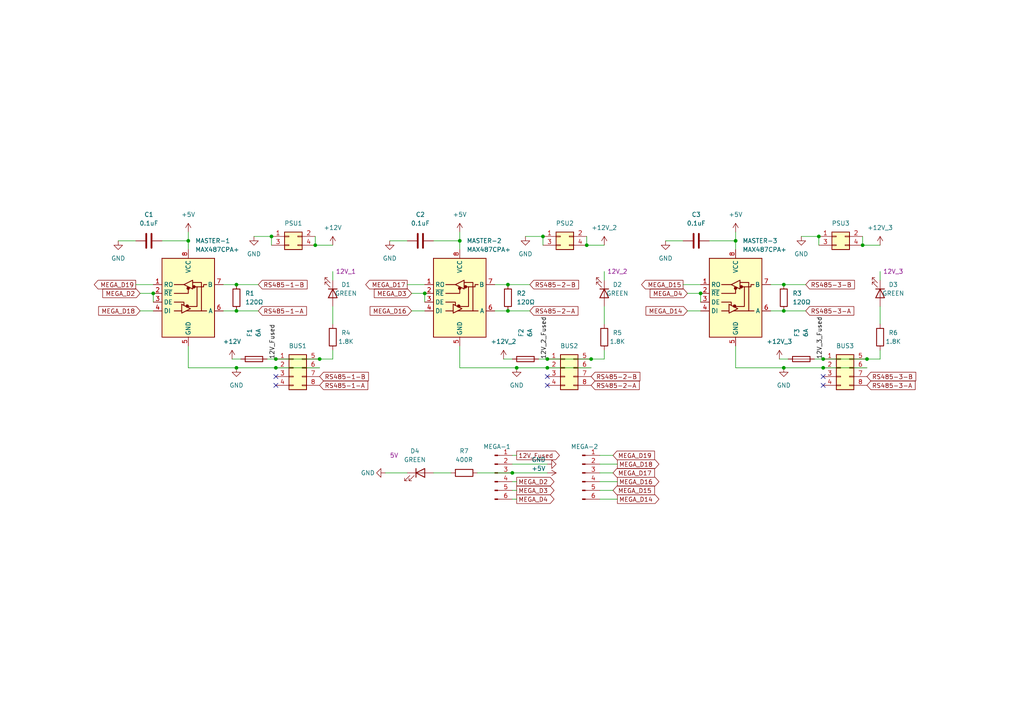
<source format=kicad_sch>
(kicad_sch (version 20211123) (generator eeschema)
  (paper "A4")
  (lib_symbols
    (symbol "+12V_1" (power) (pin_names (offset 0))
      (property "Value" "+12V" (at 0 5.08 0))
      (symbol "+12V_1_0_1"
        (polyline (pts (xy -0.762 1.27) (xy 0 2.54)))
        (polyline (pts (xy 0 0) (xy 0 2.54)))
        (polyline (pts (xy 0 2.54) (xy 0.762 1.27)))
      )
      (symbol "+12V_1_1_1"
        (pin power_in line (at 0 0 90) (length 0) hide (name "+12V_2") (number "1"))
      )
    )
    (symbol "+12V_2" (power) (pin_names (offset 0))
      (property "Value" "+12V_2" (at 0 5.08 0))
      (symbol "+12V_2_0_1"
        (polyline (pts (xy -0.762 1.27) (xy 0 2.54)))
        (polyline (pts (xy 0 0) (xy 0 2.54)))
        (polyline (pts (xy 0 2.54) (xy 0.762 1.27)))
      )
      (symbol "+12V_2_1_1"
        (pin power_in line (at 0 0 90) (length 0) hide (name "+12V_2") (number "1"))
      )
    )
    (symbol "+12V_3" (power) (pin_names (offset 0))
      (property "Value" "+12V_3" (at 0 5.08 0))
      (symbol "+12V_3_0_1"
        (polyline (pts (xy -0.762 1.27) (xy 0 2.54)))
        (polyline (pts (xy 0 0) (xy 0 2.54)))
        (polyline (pts (xy 0 2.54) (xy 0.762 1.27)))
      )
      (symbol "+12V_3_1_1"
        (pin power_in line (at 0 0 90) (length 0) hide (name "+12V_3") (number "1"))
      )
    )
    (symbol "+12V_4" (power) (pin_names (offset 0))
      (property "Value" "+12V_4" (at 0 5.08 0))
      (symbol "+12V_4_0_1"
        (polyline (pts (xy -0.762 1.27) (xy 0 2.54)))
        (polyline (pts (xy 0 0) (xy 0 2.54)))
        (polyline (pts (xy 0 2.54) (xy 0.762 1.27)))
      )
      (symbol "+12V_4_1_1"
        (pin power_in line (at 0 0 90) (length 0) hide (name "+12V_3") (number "1"))
      )
    )
    (symbol "A10:MAX487CPA+"
      (property "Reference" "U" (at -6.096 11.43 0))
      (property "Value" "MAX487CPA+" (at 0.762 11.43 0))
      (symbol "MAX487CPA+_0_1"
        (rectangle (start -7.62 10.16) (end 7.62 -12.7) (stroke (width 0.254)) (fill (type background)))
        (circle (center -0.3048 -3.683) (radius 0.3556) (stroke (width 0.254)) (fill (type outline)))
        (circle (center -0.0254 1.4986) (radius 0.3556) (stroke (width 0.254)) (fill (type outline)))
        (polyline (pts (xy -4.064 -5.08) (xy -1.905 -5.08)) (stroke (width 0.254)))
        (polyline (pts (xy -4.064 2.54) (xy -1.27 2.54)) (stroke (width 0.254)))
        (polyline (pts (xy -1.27 -3.2004) (xy -1.27 -3.4544)) (stroke (width 0.254)))
        (polyline (pts (xy -0.635 -5.08) (xy 5.334 -5.08)) (stroke (width 0.254)))
        (polyline (pts (xy -4.064 -2.54) (xy -1.27 -2.54) (xy -1.27 -3.175)) (stroke (width 0.254)))
        (polyline (pts (xy 0 1.27) (xy 0 0) (xy -4.064 0)) (stroke (width 0.254)))
        (polyline (pts (xy 1.27 3.175) (xy 3.81 3.175) (xy 3.81 -5.08)) (stroke (width 0.254)))
        (polyline (pts (xy 2.54 1.905) (xy 2.54 -3.81) (xy 0 -3.81)) (stroke (width 0.254)))
        (polyline (pts (xy -1.905 -3.175) (xy -1.905 -5.715) (xy 0.635 -4.445) (xy -1.905 -3.175)) (stroke (width 0.254)))
        (polyline (pts (xy -1.27 2.54) (xy 1.27 3.81) (xy 1.27 1.27) (xy -1.27 2.54)) (stroke (width 0.254)))
        (polyline (pts (xy 1.905 1.905) (xy 4.445 1.905) (xy 4.445 2.54) (xy 5.334 2.54)) (stroke (width 0.254)))
        (rectangle (start 1.27 3.175) (end 1.27 3.175))
        (circle (center 1.651 1.905) (radius 0.3556) (stroke (width 0.254)) (fill (type outline)))
      )
      (symbol "MAX487CPA+_1_1"
        (pin output line (at -10.16 2.54 0) (length 2.54) (name "RO") (number "1"))
        (pin input line (at -10.16 0 0) (length 2.54) (name "~{RE}") (number "2"))
        (pin input line (at -10.16 -2.54 0) (length 2.54) (name "DE") (number "3"))
        (pin input line (at -10.16 -5.08 0) (length 2.54) (name "DI") (number "4"))
        (pin power_in line (at 0 -15.24 90) (length 2.54) (name "GND") (number "5"))
        (pin bidirectional line (at 10.16 -5.08 180) (length 2.54) (name "A") (number "6"))
        (pin bidirectional line (at 10.16 2.54 180) (length 2.54) (name "B") (number "7"))
        (pin power_in line (at 0 12.7 270) (length 2.54) (name "VCC") (number "8"))
      )
    )
    (symbol "Conn_01x06_Male_1" (pin_names (offset 1.016) hide)
      (property "Reference" "MEGA-1" (at 0.635 10.16 0))
      (symbol "Conn_01x06_Male_1_1_1"
        (polyline (pts (xy 1.27 -7.62) (xy 0.8636 -7.62)) (stroke (width 0.1524)))
        (polyline (pts (xy 1.27 -5.08) (xy 0.8636 -5.08)) (stroke (width 0.1524)))
        (polyline (pts (xy 1.27 -2.54) (xy 0.8636 -2.54)) (stroke (width 0.1524)))
        (polyline (pts (xy 1.27 0) (xy 0.8636 0)) (stroke (width 0.1524)))
        (polyline (pts (xy 1.27 2.54) (xy 0.8636 2.54)) (stroke (width 0.1524)))
        (polyline (pts (xy 1.27 5.08) (xy 0.8636 5.08)) (stroke (width 0.1524)))
        (rectangle (start 0.8636 -7.493) (end 0 -7.747) (stroke (width 0.1524)) (fill (type outline)))
        (rectangle (start 0.8636 -4.953) (end 0 -5.207) (stroke (width 0.1524)) (fill (type outline)))
        (rectangle (start 0.8636 -2.413) (end 0 -2.667) (stroke (width 0.1524)) (fill (type outline)))
        (rectangle (start 0.8636 0.127) (end 0 -0.127) (stroke (width 0.1524)) (fill (type outline)))
        (rectangle (start 0.8636 2.667) (end 0 2.413) (stroke (width 0.1524)) (fill (type outline)))
        (rectangle (start 0.8636 5.207) (end 0 4.953) (stroke (width 0.1524)) (fill (type outline)))
        (pin power_in line (at 5.08 5.08 180) (length 3.81) (name "Pin_1") (number "1"))
        (pin power_in line (at 5.08 2.54 180) (length 3.81) (name "Pin_2") (number "2"))
        (pin power_out line (at 5.08 0 180) (length 3.81) (name "Pin_3") (number "3"))
        (pin output line (at 5.08 -2.54 180) (length 3.81) (name "Pin_4") (number "4"))
        (pin output line (at 5.08 -5.08 180) (length 3.81) (name "Pin_5") (number "5"))
        (pin output line (at 5.08 -7.62 180) (length 3.81) (name "Pin_6") (number "6"))
      )
    )
    (symbol "Connector:Conn_01x06_Male" (pin_names (offset 1.016) hide)
      (property "Reference" "MEGA-2" (at 0.635 10.16 0))
      (symbol "Conn_01x06_Male_1_1"
        (polyline (pts (xy 1.27 -7.62) (xy 0.8636 -7.62)) (stroke (width 0.1524)))
        (polyline (pts (xy 1.27 -5.08) (xy 0.8636 -5.08)) (stroke (width 0.1524)))
        (polyline (pts (xy 1.27 -2.54) (xy 0.8636 -2.54)) (stroke (width 0.1524)))
        (polyline (pts (xy 1.27 0) (xy 0.8636 0)) (stroke (width 0.1524)))
        (polyline (pts (xy 1.27 2.54) (xy 0.8636 2.54)) (stroke (width 0.1524)))
        (polyline (pts (xy 1.27 5.08) (xy 0.8636 5.08)) (stroke (width 0.1524)))
        (rectangle (start 0.8636 -7.493) (end 0 -7.747) (stroke (width 0.1524)) (fill (type outline)))
        (rectangle (start 0.8636 -4.953) (end 0 -5.207) (stroke (width 0.1524)) (fill (type outline)))
        (rectangle (start 0.8636 -2.413) (end 0 -2.667) (stroke (width 0.1524)) (fill (type outline)))
        (rectangle (start 0.8636 0.127) (end 0 -0.127) (stroke (width 0.1524)) (fill (type outline)))
        (rectangle (start 0.8636 2.667) (end 0 2.413) (stroke (width 0.1524)) (fill (type outline)))
        (rectangle (start 0.8636 5.207) (end 0 4.953) (stroke (width 0.1524)) (fill (type outline)))
        (pin input line (at 5.08 5.08 180) (length 3.81) (name "Pin_1") (number "1"))
        (pin output line (at 5.08 2.54 180) (length 3.81) (name "Pin_2") (number "2"))
        (pin input line (at 5.08 0 180) (length 3.81) (name "Pin_3") (number "3"))
        (pin output line (at 5.08 -2.54 180) (length 3.81) (name "Pin_4") (number "4"))
        (pin input line (at 5.08 -5.08 180) (length 3.81) (name "Pin_5") (number "5"))
        (pin output line (at 5.08 -7.62 180) (length 3.81) (name "Pin_6") (number "6"))
      )
    )
    (symbol "Connector_Generic:Conn_02x02_Odd_Even" (pin_names (offset 1.016) hide)
      (property "Reference" "J" (at 1.27 2.54 0))
      (property "Value" "Conn_02x02_Odd_Even" (at 1.27 -5.08 0))
      (symbol "Conn_02x02_Odd_Even_1_1"
        (rectangle (start -1.27 -2.413) (end 0 -2.667) (stroke (width 0.1524)))
        (rectangle (start -1.27 0.127) (end 0 -0.127) (stroke (width 0.1524)))
        (rectangle (start -1.27 1.27) (end 3.81 -3.81) (stroke (width 0.254)) (fill (type background)))
        (rectangle (start 3.81 -2.413) (end 2.54 -2.667) (stroke (width 0.1524)))
        (rectangle (start 3.81 0.127) (end 2.54 -0.127) (stroke (width 0.1524)))
        (pin passive line (at -5.08 0 0) (length 3.81) (name "Pin_1") (number "1"))
        (pin passive line (at 7.62 0 180) (length 3.81) (name "Pin_2") (number "2"))
        (pin passive line (at -5.08 -2.54 0) (length 3.81) (name "Pin_3") (number "3"))
        (pin passive line (at 7.62 -2.54 180) (length 3.81) (name "Pin_4") (number "4"))
      )
    )
    (symbol "Connector_Generic:Conn_02x04_Top_Bottom" (pin_names (offset 1.016) hide)
      (property "Reference" "J" (at 1.27 5.08 0))
      (property "Value" "Conn_02x04_Top_Bottom" (at 1.27 -7.62 0))
      (symbol "Conn_02x04_Top_Bottom_1_1"
        (rectangle (start -1.27 -4.953) (end 0 -5.207) (stroke (width 0.1524)))
        (rectangle (start -1.27 -2.413) (end 0 -2.667) (stroke (width 0.1524)))
        (rectangle (start -1.27 0.127) (end 0 -0.127) (stroke (width 0.1524)))
        (rectangle (start -1.27 2.667) (end 0 2.413) (stroke (width 0.1524)))
        (rectangle (start -1.27 3.81) (end 3.81 -6.35) (stroke (width 0.254)) (fill (type background)))
        (rectangle (start 3.81 -4.953) (end 2.54 -5.207) (stroke (width 0.1524)))
        (rectangle (start 3.81 -2.413) (end 2.54 -2.667) (stroke (width 0.1524)))
        (rectangle (start 3.81 0.127) (end 2.54 -0.127) (stroke (width 0.1524)))
        (rectangle (start 3.81 2.667) (end 2.54 2.413) (stroke (width 0.1524)))
        (pin passive line (at -5.08 2.54 0) (length 3.81) (name "Pin_1") (number "1"))
        (pin passive line (at -5.08 0 0) (length 3.81) (name "Pin_2") (number "2"))
        (pin passive line (at -5.08 -2.54 0) (length 3.81) (name "Pin_3") (number "3"))
        (pin passive line (at -5.08 -5.08 0) (length 3.81) (name "Pin_4") (number "4"))
        (pin passive line (at 7.62 2.54 180) (length 3.81) (name "Pin_5") (number "5"))
        (pin passive line (at 7.62 0 180) (length 3.81) (name "Pin_6") (number "6"))
        (pin passive line (at 7.62 -2.54 180) (length 3.81) (name "Pin_7") (number "7"))
        (pin passive line (at 7.62 -5.08 180) (length 3.81) (name "Pin_8") (number "8"))
      )
    )
    (symbol "Device:C" (pin_numbers hide) (pin_names (offset 0.254))
      (property "Reference" "C" (at 0.635 2.54 0))
      (property "Value" "C" (at 0.635 -2.54 0))
      (symbol "C_0_1"
        (polyline (pts (xy -2.032 -0.762) (xy 2.032 -0.762)) (stroke (width 0.508)))
        (polyline (pts (xy -2.032 0.762) (xy 2.032 0.762)) (stroke (width 0.508)))
      )
      (symbol "C_1_1"
        (pin passive line (at 0 3.81 270) (length 2.794) (name "~") (number "1"))
        (pin passive line (at 0 -3.81 90) (length 2.794) (name "~") (number "2"))
      )
    )
    (symbol "Device:Fuse" (pin_numbers hide) (pin_names (offset 0))
      (property "Reference" "F" (at 2.032 0 90))
      (property "Value" "Fuse" (at -1.905 0 90))
      (symbol "Fuse_0_1"
        (rectangle (start -0.762 -2.54) (end 0.762 2.54) (stroke (width 0.254)))
        (polyline (pts (xy 0 2.54) (xy 0 -2.54)))
      )
      (symbol "Fuse_1_1"
        (pin passive line (at 0 3.81 270) (length 1.27) (name "~") (number "1"))
        (pin passive line (at 0 -3.81 90) (length 1.27) (name "~") (number "2"))
      )
    )
    (symbol "Device:LED" (pin_numbers hide) (pin_names (offset 1.016) hide)
      (property "Reference" "D" (at 0 2.54 0))
      (property "Value" "LED" (at 0 -2.54 0))
      (symbol "LED_0_1"
        (polyline (pts (xy -1.27 -1.27) (xy -1.27 1.27)) (stroke (width 0.254)))
        (polyline (pts (xy -1.27 0) (xy 1.27 0)))
        (polyline (pts (xy 1.27 -1.27) (xy 1.27 1.27) (xy -1.27 0) (xy 1.27 -1.27)) (stroke (width 0.254)))
        (polyline (pts (xy -3.048 -0.762) (xy -4.572 -2.286) (xy -3.81 -2.286) (xy -4.572 -2.286) (xy -4.572 -1.524)))
        (polyline (pts (xy -1.778 -0.762) (xy -3.302 -2.286) (xy -2.54 -2.286) (xy -3.302 -2.286) (xy -3.302 -1.524)))
      )
      (symbol "LED_1_1"
        (pin passive line (at -3.81 0 0) (length 2.54) (name "K") (number "1"))
        (pin passive line (at 3.81 0 180) (length 2.54) (name "A") (number "2"))
      )
    )
    (symbol "Device:R" (pin_numbers hide) (pin_names (offset 0))
      (property "Reference" "R" (at 2.032 0 90))
      (property "Value" "R" (at 0 0 90))
      (symbol "R_0_1"
        (rectangle (start -1.016 -2.54) (end 1.016 2.54) (stroke (width 0.254)))
      )
      (symbol "R_1_1"
        (pin passive line (at 0 3.81 270) (length 1.27) (name "~") (number "1"))
        (pin passive line (at 0 -3.81 90) (length 1.27) (name "~") (number "2"))
      )
    )
    (symbol "power:+12V" (power) (pin_names (offset 0))
      (property "Value" "+12V" (at 0 3.556 0))
      (symbol "+12V_0_1"
        (polyline (pts (xy -0.762 1.27) (xy 0 2.54)))
        (polyline (pts (xy 0 0) (xy 0 2.54)))
        (polyline (pts (xy 0 2.54) (xy 0.762 1.27)))
      )
      (symbol "+12V_1_1"
        (pin power_in line (at 0 0 90) (length 0) hide (name "+12V") (number "1"))
      )
    )
    (symbol "power:+5V" (power) (pin_names (offset 0))
      (property "Value" "+5V" (at 0 3.556 0))
      (symbol "+5V_0_1"
        (polyline (pts (xy -0.762 1.27) (xy 0 2.54)))
        (polyline (pts (xy 0 0) (xy 0 2.54)))
        (polyline (pts (xy 0 2.54) (xy 0.762 1.27)))
      )
      (symbol "+5V_1_1"
        (pin power_in line (at 0 0 90) (length 0) hide (name "+5V") (number "1"))
      )
    )
    (symbol "power:GND" (power) (pin_names (offset 0))
      (property "Value" "GND" (at 0 -3.81 0))
      (symbol "GND_0_1"
        (polyline (pts (xy 0 0) (xy 0 -1.27) (xy 1.27 -1.27) (xy 0 -2.54) (xy -1.27 -1.27) (xy 0 -1.27)))
      )
      (symbol "GND_1_1"
        (pin power_in line (at 0 0 270) (length 0) hide (name "GND") (number "1"))
      )
    )
  )
  (junction (at 170.18 71.12))
  (junction (at 147.32 90.17))
  (junction (at 238.76 106.68))
  (junction (at 251.46 104.14))
  (junction (at 78.74 68.58))
  (junction (at 227.33 106.68))
  (junction (at 148.59 137.16))
  (junction (at 158.75 104.14))
  (junction (at 44.45 85.09))
  (junction (at 250.19 71.12))
  (junction (at 171.45 104.14))
  (junction (at 147.32 82.55))
  (junction (at 68.58 82.55))
  (junction (at 123.19 85.09))
  (junction (at 92.71 104.14))
  (junction (at 91.44 71.12))
  (junction (at 237.49 68.58))
  (junction (at 80.01 104.14))
  (junction (at 213.36 69.85))
  (junction (at 68.58 106.68))
  (junction (at 157.48 68.58))
  (junction (at 133.35 69.85))
  (junction (at 238.76 104.14))
  (junction (at 80.01 106.68))
  (junction (at 158.75 106.68))
  (junction (at 203.2 85.09))
  (junction (at 227.33 82.55))
  (junction (at 149.86 106.68))
  (junction (at 54.61 69.85))
  (junction (at 227.33 90.17))
  (junction (at 68.58 90.17))
  (no_connect (at 238.76 109.22))
  (no_connect (at 158.75 111.76))
  (no_connect (at 80.01 109.22))
  (no_connect (at 158.75 109.22))
  (no_connect (at 80.01 111.76))
  (no_connect (at 238.76 111.76))
  (wire (pts (xy 54.61 100.33) (xy 54.61 106.68)))
  (wire (pts (xy 227.33 82.55) (xy 233.68 82.55)))
  (wire (pts (xy 175.26 88.9) (xy 175.26 93.98)))
  (wire (pts (xy 148.59 132.08) (xy 149.86 132.08)))
  (wire (pts (xy 133.35 106.68) (xy 149.86 106.68)))
  (wire (pts (xy 255.27 78.74) (xy 255.27 81.28)))
  (wire (pts (xy 238.76 104.14) (xy 251.46 104.14)))
  (wire (pts (xy 255.27 104.14) (xy 255.27 101.6)))
  (wire (pts (xy 198.12 82.55) (xy 203.2 82.55)))
  (wire (pts (xy 119.38 90.17) (xy 123.19 90.17)))
  (wire (pts (xy 80.01 106.68) (xy 92.71 106.68)))
  (wire (pts (xy 67.31 104.14) (xy 69.85 104.14)))
  (wire (pts (xy 40.64 85.09) (xy 44.45 85.09)))
  (wire (pts (xy 203.2 85.09) (xy 203.2 87.63)))
  (wire (pts (xy 143.51 82.55) (xy 147.32 82.55)))
  (wire (pts (xy 39.37 82.55) (xy 44.45 82.55)))
  (wire (pts (xy 68.58 90.17) (xy 74.93 90.17)))
  (wire (pts (xy 171.45 104.14) (xy 175.26 104.14)))
  (wire (pts (xy 143.51 90.17) (xy 147.32 90.17)))
  (wire (pts (xy 213.36 69.85) (xy 213.36 72.39)))
  (wire (pts (xy 148.59 137.16) (xy 158.75 137.16)))
  (wire (pts (xy 91.44 71.12) (xy 96.52 71.12)))
  (wire (pts (xy 175.26 78.74) (xy 175.26 81.28)))
  (wire (pts (xy 96.52 104.14) (xy 96.52 101.6)))
  (wire (pts (xy 64.77 90.17) (xy 68.58 90.17)))
  (wire (pts (xy 91.44 68.58) (xy 91.44 71.12)))
  (wire (pts (xy 255.27 88.9) (xy 255.27 93.98)))
  (wire (pts (xy 175.26 104.14) (xy 175.26 101.6)))
  (wire (pts (xy 152.4 68.58) (xy 157.48 68.58)))
  (wire (pts (xy 64.77 82.55) (xy 68.58 82.55)))
  (wire (pts (xy 227.33 90.17) (xy 233.68 90.17)))
  (wire (pts (xy 236.22 104.14) (xy 238.76 104.14)))
  (wire (pts (xy 147.32 82.55) (xy 153.67 82.55)))
  (wire (pts (xy 227.33 106.68) (xy 238.76 106.68)))
  (wire (pts (xy 54.61 67.31) (xy 54.61 69.85)))
  (wire (pts (xy 133.35 69.85) (xy 133.35 72.39)))
  (wire (pts (xy 146.05 104.14) (xy 148.59 104.14)))
  (wire (pts (xy 173.99 137.16) (xy 177.8 137.16)))
  (wire (pts (xy 133.35 100.33) (xy 133.35 106.68)))
  (wire (pts (xy 96.52 78.74) (xy 96.52 81.28)))
  (wire (pts (xy 68.58 82.55) (xy 74.93 82.55)))
  (wire (pts (xy 148.59 142.24) (xy 149.86 142.24)))
  (wire (pts (xy 118.11 82.55) (xy 123.19 82.55)))
  (wire (pts (xy 173.99 134.62) (xy 179.07 134.62)))
  (wire (pts (xy 68.58 106.68) (xy 80.01 106.68)))
  (wire (pts (xy 133.35 67.31) (xy 133.35 69.85)))
  (wire (pts (xy 96.52 88.9) (xy 96.52 93.98)))
  (wire (pts (xy 123.19 85.09) (xy 123.19 87.63)))
  (wire (pts (xy 125.73 137.16) (xy 130.81 137.16)))
  (wire (pts (xy 226.06 104.14) (xy 228.6 104.14)))
  (wire (pts (xy 113.03 69.85) (xy 118.11 69.85)))
  (wire (pts (xy 138.43 137.16) (xy 148.59 137.16)))
  (wire (pts (xy 199.39 90.17) (xy 203.2 90.17)))
  (wire (pts (xy 223.52 82.55) (xy 227.33 82.55)))
  (wire (pts (xy 173.99 144.78) (xy 179.07 144.78)))
  (wire (pts (xy 34.29 69.85) (xy 39.37 69.85)))
  (wire (pts (xy 193.04 69.85) (xy 198.12 69.85)))
  (wire (pts (xy 156.21 104.14) (xy 158.75 104.14)))
  (wire (pts (xy 46.99 69.85) (xy 54.61 69.85)))
  (wire (pts (xy 54.61 69.85) (xy 54.61 72.39)))
  (wire (pts (xy 232.41 68.58) (xy 237.49 68.58)))
  (wire (pts (xy 173.99 132.08) (xy 177.8 132.08)))
  (wire (pts (xy 199.39 85.09) (xy 203.2 85.09)))
  (wire (pts (xy 237.49 68.58) (xy 237.49 71.12)))
  (wire (pts (xy 78.74 68.58) (xy 78.74 71.12)))
  (wire (pts (xy 250.19 68.58) (xy 250.19 71.12)))
  (wire (pts (xy 158.75 106.68) (xy 171.45 106.68)))
  (wire (pts (xy 170.18 71.12) (xy 175.26 71.12)))
  (wire (pts (xy 158.75 104.14) (xy 171.45 104.14)))
  (wire (pts (xy 213.36 100.33) (xy 213.36 106.68)))
  (wire (pts (xy 148.59 144.78) (xy 149.86 144.78)))
  (wire (pts (xy 119.38 85.09) (xy 123.19 85.09)))
  (wire (pts (xy 205.74 69.85) (xy 213.36 69.85)))
  (wire (pts (xy 92.71 104.14) (xy 96.52 104.14)))
  (wire (pts (xy 44.45 85.09) (xy 44.45 87.63)))
  (wire (pts (xy 148.59 134.62) (xy 158.75 134.62)))
  (wire (pts (xy 213.36 106.68) (xy 227.33 106.68)))
  (wire (pts (xy 77.47 104.14) (xy 80.01 104.14)))
  (wire (pts (xy 40.64 90.17) (xy 44.45 90.17)))
  (wire (pts (xy 223.52 90.17) (xy 227.33 90.17)))
  (wire (pts (xy 173.99 139.7) (xy 179.07 139.7)))
  (wire (pts (xy 250.19 71.12) (xy 255.27 71.12)))
  (wire (pts (xy 173.99 142.24) (xy 177.8 142.24)))
  (wire (pts (xy 157.48 68.58) (xy 157.48 71.12)))
  (wire (pts (xy 73.66 68.58) (xy 78.74 68.58)))
  (wire (pts (xy 251.46 104.14) (xy 255.27 104.14)))
  (wire (pts (xy 170.18 68.58) (xy 170.18 71.12)))
  (wire (pts (xy 148.59 139.7) (xy 149.86 139.7)))
  (wire (pts (xy 147.32 90.17) (xy 153.67 90.17)))
  (wire (pts (xy 213.36 67.31) (xy 213.36 69.85)))
  (wire (pts (xy 111.76 137.16) (xy 118.11 137.16)))
  (wire (pts (xy 238.76 106.68) (xy 251.46 106.68)))
  (wire (pts (xy 125.73 69.85) (xy 133.35 69.85)))
  (wire (pts (xy 149.86 106.68) (xy 158.75 106.68)))
  (wire (pts (xy 80.01 104.14) (xy 92.71 104.14)))
  (wire (pts (xy 54.61 106.68) (xy 68.58 106.68)))
  (label "12V_Fused" (at 80.01 104.14 90))
  (label "12V_3_Fused" (at 238.76 104.14 90))
  (label "12V_2_Fused" (at 158.75 104.14 90))
  (global_label "RS485-3-A" (shape input) (at 233.68 90.17 0) (property "Intersheet References" "${INTERSHEET_REFS}" (effects hide)))
  (global_label "MEGA_D17" (shape output) (at 118.11 82.55 180) (property "Intersheet References" "${INTERSHEET_REFS}" (effects hide)))
  (global_label "RS485-2-A" (shape input) (at 171.45 111.76 0) (property "Intersheet References" "${INTERSHEET_REFS}" (effects hide)))
  (global_label "MEGA_D15" (shape output) (at 198.12 82.55 180) (property "Intersheet References" "${INTERSHEET_REFS}" (effects hide)))
  (global_label "12V_Fused" (shape output) (at 149.86 132.08 0) (property "Intersheet References" "${INTERSHEET_REFS}" (effects hide)))
  (global_label "MEGA_D14" (shape input) (at 199.39 90.17 180) (property "Intersheet References" "${INTERSHEET_REFS}" (effects hide)))
  (global_label "MEGA_D17" (shape input) (at 177.8 137.16 0) (property "Intersheet References" "${INTERSHEET_REFS}" (effects hide)))
  (global_label "MEGA_D14" (shape output) (at 179.07 144.78 0) (property "Intersheet References" "${INTERSHEET_REFS}" (effects hide)))
  (global_label "MEGA_D15" (shape input) (at 177.8 142.24 0) (property "Intersheet References" "${INTERSHEET_REFS}" (effects hide)))
  (global_label "MEGA_D2" (shape input) (at 40.64 85.09 180) (property "Intersheet References" "${INTERSHEET_REFS}" (effects hide)))
  (global_label "RS485-1-A" (shape input) (at 74.93 90.17 0) (property "Intersheet References" "${INTERSHEET_REFS}" (effects hide)))
  (global_label "MEGA_D4" (shape output) (at 149.86 144.78 0) (property "Intersheet References" "${INTERSHEET_REFS}" (effects hide)))
  (global_label "RS485-1-A" (shape input) (at 92.71 111.76 0) (property "Intersheet References" "${INTERSHEET_REFS}" (effects hide)))
  (global_label "MEGA_D18" (shape output) (at 179.07 134.62 0) (property "Intersheet References" "${INTERSHEET_REFS}" (effects hide)))
  (global_label "MEGA_D3" (shape input) (at 119.38 85.09 180) (property "Intersheet References" "${INTERSHEET_REFS}" (effects hide)))
  (global_label "RS485-3-B" (shape input) (at 251.46 109.22 0) (property "Intersheet References" "${INTERSHEET_REFS}" (effects hide)))
  (global_label "MEGA_D19" (shape output) (at 39.37 82.55 180) (property "Intersheet References" "${INTERSHEET_REFS}" (effects hide)))
  (global_label "RS485-3-B" (shape input) (at 233.68 82.55 0) (property "Intersheet References" "${INTERSHEET_REFS}" (effects hide)))
  (global_label "MEGA_D16" (shape input) (at 119.38 90.17 180) (property "Intersheet References" "${INTERSHEET_REFS}" (effects hide)))
  (global_label "RS485-2-B" (shape input) (at 153.67 82.55 0) (property "Intersheet References" "${INTERSHEET_REFS}" (effects hide)))
  (global_label "RS485-3-A" (shape input) (at 251.46 111.76 0) (property "Intersheet References" "${INTERSHEET_REFS}" (effects hide)))
  (global_label "MEGA_D16" (shape output) (at 179.07 139.7 0) (property "Intersheet References" "${INTERSHEET_REFS}" (effects hide)))
  (global_label "MEGA_D2" (shape output) (at 149.86 139.7 0) (property "Intersheet References" "${INTERSHEET_REFS}" (effects hide)))
  (global_label "RS485-2-A" (shape input) (at 153.67 90.17 0) (property "Intersheet References" "${INTERSHEET_REFS}" (effects hide)))
  (global_label "MEGA_D18" (shape input) (at 40.64 90.17 180) (property "Intersheet References" "${INTERSHEET_REFS}" (effects hide)))
  (global_label "MEGA_D3" (shape output) (at 149.86 142.24 0) (property "Intersheet References" "${INTERSHEET_REFS}" (effects hide)))
  (global_label "MEGA_D19" (shape input) (at 177.8 132.08 0) (property "Intersheet References" "${INTERSHEET_REFS}" (effects hide)))
  (global_label "RS485-1-B" (shape input) (at 74.93 82.55 0) (property "Intersheet References" "${INTERSHEET_REFS}" (effects hide)))
  (global_label "RS485-1-B" (shape input) (at 92.71 109.22 0) (property "Intersheet References" "${INTERSHEET_REFS}" (effects hide)))
  (global_label "RS485-2-B" (shape input) (at 171.45 109.22 0) (property "Intersheet References" "${INTERSHEET_REFS}" (effects hide)))
  (global_label "MEGA_D4" (shape input) (at 199.39 85.09 180) (property "Intersheet References" "${INTERSHEET_REFS}" (effects hide)))
  (symbol (lib_id "Device:LED") (at 175.26 85.09 270) (unit 1)
    (property "Reference" "D2" (at 179.07 82.55 90))
    (property "Value" "GREEN" (at 179.07 85.09 90))
    (property "Footprint" "LED_SMD:LED_1210_3225Metric_Pad1.42x2.65mm_HandSolder" (effects hide))
    (property "Field4" "12V_2" (at 179.07 78.74 90))
  )
  (symbol (lib_id "power:GND") (at 152.4 68.58 0) (unit 1)
    (property "Reference" "#PWR0112" (effects hide))
    (property "Value" "GND" (at 152.4 73.66 0))
  )
  (symbol (lib_id "Device:R") (at 147.32 86.36 0) (unit 1)
    (property "Reference" "R2" (at 149.86 85.0899 0) (effects (justify left)))
    (property "Value" "120Ω" (at 149.86 87.6299 0) (effects (justify left)))
    (property "Footprint" "Resistor_THT:R_Axial_DIN0207_L6.3mm_D2.5mm_P7.62mm_Horizontal" (effects hide))
  )
  (symbol (lib_id "power:+12V") (at 96.52 71.12 0) (unit 1)
    (property "Reference" "#PWR0109" (effects hide))
    (property "Value" "+12V" (at 96.52 66.04 0))
  )
  (symbol (lib_id "Connector:Conn_01x06_Male") (at 168.91 137.16 0) (unit 1)
    (property "Reference" "MEGA-2" (at 169.545 129.54 0))
    (property "Value" "Conn_01x06_Male" (effects hide))
    (property "Footprint" "A10 KiCad Libraries:SHDR6W64P0X250_1X6_1740X575X700P" (effects hide))
  )
  (symbol (lib_name "+12V_3") (lib_id "power:+12V") (at 255.27 71.12 0) (unit 1)
    (property "Reference" "#PWR0118" (effects hide))
    (property "Value" "+12V" (at 255.27 66.04 0))
  )
  (symbol (lib_id "power:GND") (at 158.75 134.62 90) (unit 1)
    (property "Reference" "#PWR0104" (effects hide))
    (property "Value" "GND" (at 156.21 133.35 90))
  )
  (symbol (lib_id "Device:LED") (at 255.27 85.09 270) (unit 1)
    (property "Reference" "D3" (at 259.08 82.55 90))
    (property "Value" "GREEN" (at 259.08 85.09 90))
    (property "Footprint" "LED_SMD:LED_1210_3225Metric_Pad1.42x2.65mm_HandSolder" (effects hide))
    (property "Field4" "12V_3" (at 259.08 78.74 90))
  )
  (symbol (lib_id "Device:C") (at 43.18 69.85 90) (unit 1)
    (property "Reference" "C1" (at 43.18 62.23 90))
    (property "Value" "0.1uF" (at 43.18 64.77 90))
    (property "Footprint" "A10 KiCad Libraries:FA14" (effects hide))
  )
  (symbol (lib_id "power:+12V") (at 67.31 104.14 0) (unit 1)
    (property "Reference" "#PWR0105" (effects hide))
    (property "Value" "+12V" (at 67.31 99.06 0))
  )
  (symbol (lib_id "Connector_Generic:Conn_02x02_Odd_Even") (at 162.56 68.58 0) (unit 1)
    (property "Reference" "PSU2" (at 163.83 64.77 0))
    (property "Value" "Conn_02x02_Top_Bottom" (effects hide))
    (property "Footprint" "A10 KiCad Libraries:Molex 43045-0400" (effects hide))
  )
  (symbol (lib_id "Device:LED") (at 96.52 85.09 270) (unit 1)
    (property "Reference" "D1" (at 100.33 82.55 90))
    (property "Value" "GREEN" (at 100.33 85.09 90))
    (property "Footprint" "LED_SMD:LED_1210_3225Metric_Pad1.42x2.65mm_HandSolder" (effects hide))
    (property "Field4" "12V_1" (at 100.33 78.74 90))
  )
  (symbol (lib_id "Device:C") (at 121.92 69.85 90) (unit 1)
    (property "Reference" "C2" (at 121.92 62.23 90))
    (property "Value" "0.1uF" (at 121.92 64.77 90))
    (property "Footprint" "A10 KiCad Libraries:FA14" (effects hide))
  )
  (symbol (lib_id "power:GND") (at 113.03 69.85 0) (unit 1)
    (property "Reference" "#PWR0115" (effects hide))
    (property "Value" "GND" (at 113.03 74.93 0))
  )
  (symbol (lib_id "power:+5V") (at 54.61 67.31 0) (unit 1)
    (property "Reference" "#PWR0101" (effects hide))
    (property "Value" "+5V" (at 54.61 62.23 0))
  )
  (symbol (lib_name "Conn_01x06_Male_1") (lib_id "Connector:Conn_01x06_Male") (at 143.51 137.16 0) (unit 1)
    (property "Reference" "MEGA-1" (at 144.145 129.54 0))
    (property "Value" "Conn_01x06_Male" (effects hide))
    (property "Footprint" "A10 KiCad Libraries:SHDR6W64P0X250_1X6_1740X575X700P" (effects hide))
  )
  (symbol (lib_name "+12V_1") (lib_id "power:+12V") (at 175.26 71.12 0) (unit 1)
    (property "Reference" "#PWR0111" (effects hide))
    (property "Value" "+12V" (at 175.26 66.04 0))
  )
  (symbol (lib_id "Device:C") (at 201.93 69.85 90) (unit 1)
    (property "Reference" "C3" (at 201.93 62.23 90))
    (property "Value" "0.1uF" (at 201.93 64.77 90))
    (property "Footprint" "A10 KiCad Libraries:FA14" (effects hide))
  )
  (symbol (lib_id "Device:LED") (at 121.92 137.16 0) (unit 1)
    (property "Reference" "D4" (at 120.3325 130.81 0))
    (property "Value" "GREEN" (at 120.3325 133.35 0))
    (property "Footprint" "LED_SMD:LED_1210_3225Metric_Pad1.42x2.65mm_HandSolder" (effects hide))
    (property "Field4" "5V" (at 114.3 132.08 0))
  )
  (symbol (lib_id "power:+5V") (at 158.75 137.16 270) (unit 1)
    (property "Reference" "#PWR0107" (effects hide))
    (property "Value" "+5V" (at 156.21 135.89 90))
  )
  (symbol (lib_name "+12V_4") (lib_id "power:+12V") (at 226.06 104.14 0) (unit 1)
    (property "Reference" "#PWR0121" (effects hide))
    (property "Value" "+12V" (at 226.06 99.06 0))
  )
  (symbol (lib_id "power:GND") (at 149.86 106.68 0) (unit 1)
    (property "Reference" "#PWR0113" (effects hide))
    (property "Value" "GND" (at 149.86 111.76 0))
  )
  (symbol (lib_id "power:GND") (at 68.58 106.68 0) (unit 1)
    (property "Reference" "#PWR0106" (effects hide))
    (property "Value" "GND" (at 68.58 111.76 0))
  )
  (symbol (lib_id "Connector_Generic:Conn_02x04_Top_Bottom") (at 243.84 106.68 0) (unit 1)
    (property "Reference" "BUS3" (at 245.11 100.33 0))
    (property "Value" "Conn_02x04_Top_Bottom" (effects hide))
    (property "Footprint" "A10 KiCad Libraries:Molex 43045-0800" (effects hide))
  )
  (symbol (lib_id "Device:R") (at 134.62 137.16 90) (unit 1)
    (property "Reference" "R7" (at 134.62 130.81 90))
    (property "Value" "400R" (at 134.62 133.35 90))
    (property "Footprint" "Resistor_SMD:R_1210_3225Metric_Pad1.30x2.65mm_HandSolder" (effects hide))
  )
  (symbol (lib_name "+12V_2") (lib_id "power:+12V") (at 146.05 104.14 0) (unit 1)
    (property "Reference" "#PWR0114" (effects hide))
    (property "Value" "+12V" (at 146.05 99.06 0))
  )
  (symbol (lib_id "power:GND") (at 73.66 68.58 0) (unit 1)
    (property "Reference" "#PWR0108" (effects hide))
    (property "Value" "GND" (at 73.66 73.66 0))
  )
  (symbol (lib_id "power:+5V") (at 133.35 67.31 0) (unit 1)
    (property "Reference" "#PWR0110" (effects hide))
    (property "Value" "+5V" (at 133.35 62.23 0))
  )
  (symbol (lib_id "A10:MAX487CPA+") (at 213.36 85.09 0) (unit 1)
    (property "Reference" "MASTER-3" (at 215.3794 69.85 0) (effects (justify left)))
    (property "Value" "MAX487CPA+" (at 215.3794 72.39 0) (effects (justify left)))
    (property "Footprint" "Package_DIP:DIP-8_W7.62mm_LongPads" (effects hide))
    (property "Datasheet" "https://datasheets.maximintegrated.com/en/ds/MAX1487E-MAX491E.pdf" (effects hide))
  )
  (symbol (lib_id "Connector_Generic:Conn_02x02_Odd_Even") (at 83.82 68.58 0) (unit 1)
    (property "Reference" "PSU1" (at 85.09 64.77 0))
    (property "Value" "Conn_02x02_Top_Bottom" (effects hide))
    (property "Footprint" "A10 KiCad Libraries:Molex 43045-0400" (effects hide))
  )
  (symbol (lib_id "Device:Fuse") (at 152.4 104.14 90) (unit 1)
    (property "Reference" "F2" (at 151.1299 97.79 0) (effects (justify left)))
    (property "Value" "6A" (at 153.6699 97.79 0) (effects (justify left)))
    (property "Footprint" "A10 KiCad Libraries:FUSE_BK-6013" (effects hide))
  )
  (symbol (lib_id "power:GND") (at 227.33 106.68 0) (unit 1)
    (property "Reference" "#PWR0120" (effects hide))
    (property "Value" "GND" (at 227.33 111.76 0))
  )
  (symbol (lib_id "A10:MAX487CPA+") (at 133.35 85.09 0) (unit 1)
    (property "Reference" "MASTER-2" (at 135.3694 69.85 0) (effects (justify left)))
    (property "Value" "MAX487CPA+" (at 135.3694 72.39 0) (effects (justify left)))
    (property "Footprint" "Package_DIP:DIP-8_W7.62mm_LongPads" (effects hide))
    (property "Datasheet" "https://datasheets.maximintegrated.com/en/ds/MAX1487E-MAX491E.pdf" (effects hide))
  )
  (symbol (lib_id "power:GND") (at 34.29 69.85 0) (unit 1)
    (property "Reference" "#PWR0102" (effects hide))
    (property "Value" "GND" (at 34.29 74.93 0))
  )
  (symbol (lib_id "Device:R") (at 255.27 97.79 0) (unit 1)
    (property "Reference" "R6" (at 259.08 96.52 0))
    (property "Value" "1.8K" (at 259.08 99.06 0))
    (property "Footprint" "Resistor_SMD:R_1210_3225Metric_Pad1.30x2.65mm_HandSolder" (effects hide))
  )
  (symbol (lib_id "Device:R") (at 96.52 97.79 0) (unit 1)
    (property "Reference" "R4" (at 100.33 96.52 0))
    (property "Value" "1.8K" (at 100.33 99.06 0))
    (property "Footprint" "Resistor_SMD:R_1210_3225Metric_Pad1.30x2.65mm_HandSolder" (effects hide))
  )
  (symbol (lib_id "power:+5V") (at 213.36 67.31 0) (unit 1)
    (property "Reference" "#PWR0116" (effects hide))
    (property "Value" "+5V" (at 213.36 62.23 0))
  )
  (symbol (lib_id "Device:R") (at 68.58 86.36 0) (unit 1)
    (property "Reference" "R1" (at 71.12 85.0899 0) (effects (justify left)))
    (property "Value" "120Ω" (at 71.12 87.6299 0) (effects (justify left)))
    (property "Footprint" "Resistor_THT:R_Axial_DIN0207_L6.3mm_D2.5mm_P7.62mm_Horizontal" (effects hide))
  )
  (symbol (lib_id "Connector_Generic:Conn_02x04_Top_Bottom") (at 85.09 106.68 0) (unit 1)
    (property "Reference" "BUS1" (at 86.36 100.33 0))
    (property "Value" "Conn_02x04_Top_Bottom" (effects hide))
    (property "Footprint" "A10 KiCad Libraries:Molex 43045-0800" (effects hide))
    (property "LCSC" "C122422" (effects hide))
  )
  (symbol (lib_id "power:GND") (at 232.41 68.58 0) (unit 1)
    (property "Reference" "#PWR0119" (effects hide))
    (property "Value" "GND" (at 232.41 73.66 0))
  )
  (symbol (lib_id "Device:Fuse") (at 73.66 104.14 90) (unit 1)
    (property "Reference" "F1" (at 72.3899 97.79 0) (effects (justify left)))
    (property "Value" "6A" (at 74.9299 97.79 0) (effects (justify left)))
    (property "Footprint" "A10 KiCad Libraries:FUSE_BK-6013" (effects hide))
  )
  (symbol (lib_id "Device:R") (at 227.33 86.36 0) (unit 1)
    (property "Reference" "R3" (at 229.87 85.0899 0) (effects (justify left)))
    (property "Value" "120Ω" (at 229.87 87.6299 0) (effects (justify left)))
    (property "Footprint" "Resistor_THT:R_Axial_DIN0207_L6.3mm_D2.5mm_P7.62mm_Horizontal" (effects hide))
  )
  (symbol (lib_id "power:GND") (at 111.76 137.16 270) (unit 1)
    (property "Reference" "#PWR0103" (effects hide))
    (property "Value" "GND" (at 106.68 137.16 90))
  )
  (symbol (lib_id "Connector_Generic:Conn_02x02_Odd_Even") (at 242.57 68.58 0) (unit 1)
    (property "Reference" "PSU3" (at 243.84 64.77 0))
    (property "Value" "Conn_02x02_Top_Bottom" (effects hide))
    (property "Footprint" "A10 KiCad Libraries:Molex 43045-0400" (effects hide))
  )
  (symbol (lib_id "A10:MAX487CPA+") (at 54.61 85.09 0) (unit 1)
    (property "Reference" "MASTER-1" (at 56.6294 69.85 0) (effects (justify left)))
    (property "Value" "MAX487CPA+" (at 56.6294 72.39 0) (effects (justify left)))
    (property "Footprint" "Package_DIP:DIP-8_W7.62mm_LongPads" (effects hide))
    (property "Datasheet" "https://datasheets.maximintegrated.com/en/ds/MAX1487E-MAX491E.pdf" (effects hide))
  )
  (symbol (lib_id "Device:Fuse") (at 232.41 104.14 90) (unit 1)
    (property "Reference" "F3" (at 231.1399 97.79 0) (effects (justify left)))
    (property "Value" "6A" (at 233.6799 97.79 0) (effects (justify left)))
    (property "Footprint" "A10 KiCad Libraries:FUSE_BK-6013" (effects hide))
  )
  (symbol (lib_id "power:GND") (at 193.04 69.85 0) (unit 1)
    (property "Reference" "#PWR0117" (effects hide))
    (property "Value" "GND" (at 193.04 74.93 0))
  )
  (symbol (lib_id "Connector_Generic:Conn_02x04_Top_Bottom") (at 163.83 106.68 0) (unit 1)
    (property "Reference" "BUS2" (at 165.1 100.33 0))
    (property "Value" "Conn_02x04_Top_Bottom" (effects hide))
    (property "Footprint" "A10 KiCad Libraries:Molex 43045-0800" (effects hide))
  )
  (symbol (lib_id "Device:R") (at 175.26 97.79 0) (unit 1)
    (property "Reference" "R5" (at 179.07 96.52 0))
    (property "Value" "1.8K" (at 179.07 99.06 0))
    (property "Footprint" "Resistor_SMD:R_1210_3225Metric_Pad1.30x2.65mm_HandSolder" (effects hide))
  )
)
</source>
